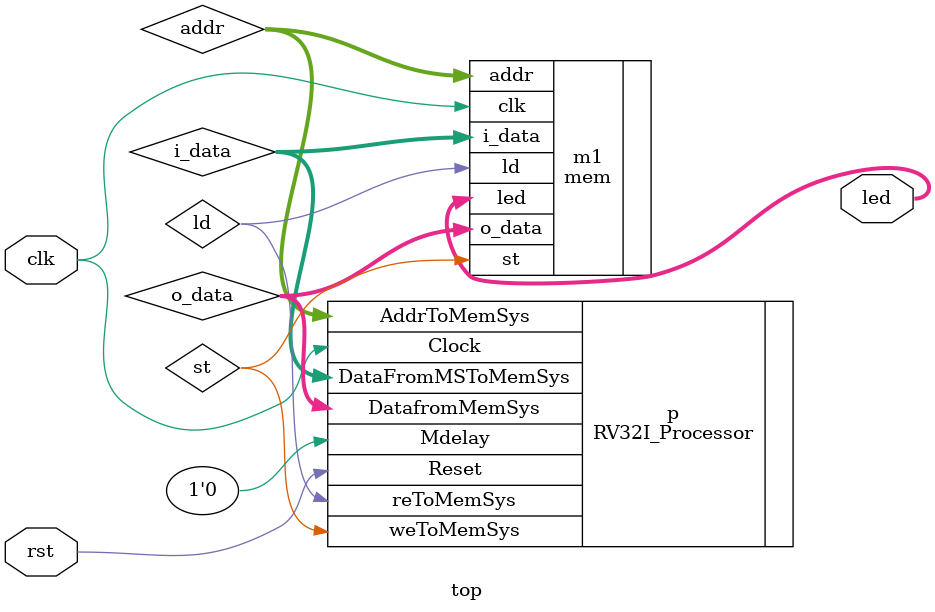
<source format=v>
`timescale 1ns / 1ps

module top #(parameter WIDTH = 32)
(
    input clk,
    input rst,
    output [7:0] led
);

wire [WIDTH-1:0] addr;
wire [WIDTH-1:0] i_data;
wire [WIDTH-1:0] o_data;
wire ld, st;
//assign led[7:0] = addr[7:0];
//assign led[7] = rst;

mem m1(
    .clk(clk),
    .addr(addr),
    .ld(ld),
    .st(st),
    .i_data(i_data),
    .o_data(o_data),
    .led(led)
);

RV32I_Processor p(
    .Clock(clk),
    .Reset(rst),
    .DatafromMemSys(o_data),
    .DataFromMSToMemSys(i_data),
    .AddrToMemSys(addr),
    .weToMemSys(st),
    .reToMemSys(ld),
    .Mdelay(1'b0)
);




endmodule
</source>
